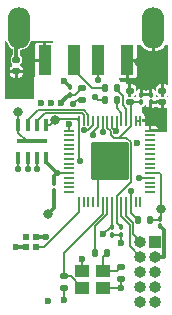
<source format=gtl>
G04 #@! TF.GenerationSoftware,KiCad,Pcbnew,(6.0.4-0)*
G04 #@! TF.CreationDate,2022-05-04T20:04:51-04:00*
G04 #@! TF.ProjectId,pico_ducky_pcb,7069636f-5f64-4756-936b-795f7063622e,rev?*
G04 #@! TF.SameCoordinates,Original*
G04 #@! TF.FileFunction,Copper,L1,Top*
G04 #@! TF.FilePolarity,Positive*
%FSLAX46Y46*%
G04 Gerber Fmt 4.6, Leading zero omitted, Abs format (unit mm)*
G04 Created by KiCad (PCBNEW (6.0.4-0)) date 2022-05-04 20:04:51*
%MOMM*%
%LPD*%
G01*
G04 APERTURE LIST*
G04 Aperture macros list*
%AMRoundRect*
0 Rectangle with rounded corners*
0 $1 Rounding radius*
0 $2 $3 $4 $5 $6 $7 $8 $9 X,Y pos of 4 corners*
0 Add a 4 corners polygon primitive as box body*
4,1,4,$2,$3,$4,$5,$6,$7,$8,$9,$2,$3,0*
0 Add four circle primitives for the rounded corners*
1,1,$1+$1,$2,$3*
1,1,$1+$1,$4,$5*
1,1,$1+$1,$6,$7*
1,1,$1+$1,$8,$9*
0 Add four rect primitives between the rounded corners*
20,1,$1+$1,$2,$3,$4,$5,0*
20,1,$1+$1,$4,$5,$6,$7,0*
20,1,$1+$1,$6,$7,$8,$9,0*
20,1,$1+$1,$8,$9,$2,$3,0*%
G04 Aperture macros list end*
G04 #@! TA.AperFunction,SMDPad,CuDef*
%ADD10RoundRect,0.135000X0.135000X0.185000X-0.135000X0.185000X-0.135000X-0.185000X0.135000X-0.185000X0*%
G04 #@! TD*
G04 #@! TA.AperFunction,SMDPad,CuDef*
%ADD11RoundRect,0.140000X0.170000X-0.140000X0.170000X0.140000X-0.170000X0.140000X-0.170000X-0.140000X0*%
G04 #@! TD*
G04 #@! TA.AperFunction,SMDPad,CuDef*
%ADD12R,0.500000X0.500000*%
G04 #@! TD*
G04 #@! TA.AperFunction,SMDPad,CuDef*
%ADD13R,1.150000X1.000000*%
G04 #@! TD*
G04 #@! TA.AperFunction,SMDPad,CuDef*
%ADD14RoundRect,0.100000X-0.100000X0.130000X-0.100000X-0.130000X0.100000X-0.130000X0.100000X0.130000X0*%
G04 #@! TD*
G04 #@! TA.AperFunction,SMDPad,CuDef*
%ADD15RoundRect,0.140000X-0.170000X0.140000X-0.170000X-0.140000X0.170000X-0.140000X0.170000X0.140000X0*%
G04 #@! TD*
G04 #@! TA.AperFunction,SMDPad,CuDef*
%ADD16RoundRect,0.100000X0.100000X-0.130000X0.100000X0.130000X-0.100000X0.130000X-0.100000X-0.130000X0*%
G04 #@! TD*
G04 #@! TA.AperFunction,SMDPad,CuDef*
%ADD17RoundRect,0.050000X-0.387500X-0.050000X0.387500X-0.050000X0.387500X0.050000X-0.387500X0.050000X0*%
G04 #@! TD*
G04 #@! TA.AperFunction,SMDPad,CuDef*
%ADD18RoundRect,0.050000X-0.050000X-0.387500X0.050000X-0.387500X0.050000X0.387500X-0.050000X0.387500X0*%
G04 #@! TD*
G04 #@! TA.AperFunction,ComponentPad*
%ADD19C,0.600000*%
G04 #@! TD*
G04 #@! TA.AperFunction,SMDPad,CuDef*
%ADD20RoundRect,0.144000X-1.456000X-1.456000X1.456000X-1.456000X1.456000X1.456000X-1.456000X1.456000X0*%
G04 #@! TD*
G04 #@! TA.AperFunction,SMDPad,CuDef*
%ADD21RoundRect,0.135000X0.185000X-0.135000X0.185000X0.135000X-0.185000X0.135000X-0.185000X-0.135000X0*%
G04 #@! TD*
G04 #@! TA.AperFunction,SMDPad,CuDef*
%ADD22R,0.350000X1.100000*%
G04 #@! TD*
G04 #@! TA.AperFunction,SMDPad,CuDef*
%ADD23R,2.600000X0.300000*%
G04 #@! TD*
G04 #@! TA.AperFunction,SMDPad,CuDef*
%ADD24R,1.100000X2.500000*%
G04 #@! TD*
G04 #@! TA.AperFunction,ComponentPad*
%ADD25O,1.900000X3.500000*%
G04 #@! TD*
G04 #@! TA.AperFunction,ComponentPad*
%ADD26R,1.000000X1.000000*%
G04 #@! TD*
G04 #@! TA.AperFunction,ComponentPad*
%ADD27O,1.000000X1.000000*%
G04 #@! TD*
G04 #@! TA.AperFunction,ViaPad*
%ADD28C,0.600000*%
G04 #@! TD*
G04 #@! TA.AperFunction,ViaPad*
%ADD29C,0.800000*%
G04 #@! TD*
G04 #@! TA.AperFunction,ViaPad*
%ADD30C,0.550000*%
G04 #@! TD*
G04 #@! TA.AperFunction,Conductor*
%ADD31C,0.200000*%
G04 #@! TD*
G04 #@! TA.AperFunction,Conductor*
%ADD32C,0.300000*%
G04 #@! TD*
G04 #@! TA.AperFunction,Conductor*
%ADD33C,0.150000*%
G04 #@! TD*
G04 APERTURE END LIST*
D10*
X89610000Y-48200000D03*
X88590000Y-48200000D03*
D11*
X89925000Y-64330000D03*
X89925000Y-63370000D03*
D12*
X81900000Y-61675000D03*
X82800000Y-61675000D03*
X82800000Y-60775000D03*
X81900000Y-60775000D03*
D10*
X88785000Y-62150000D03*
X87765000Y-62150000D03*
D13*
X88400000Y-63700000D03*
X86650000Y-63700000D03*
X86650000Y-65100000D03*
X88400000Y-65100000D03*
D14*
X92500000Y-48780000D03*
X92500000Y-49420000D03*
X85630000Y-48130000D03*
X85630000Y-48770000D03*
D15*
X81100000Y-45820000D03*
X81100000Y-46780000D03*
D16*
X93300000Y-59920000D03*
X93300000Y-59280000D03*
D10*
X92430000Y-59400000D03*
X91410000Y-59400000D03*
D16*
X89980000Y-60620000D03*
X89980000Y-59980000D03*
X84300000Y-56920000D03*
X84300000Y-56280000D03*
D17*
X85562500Y-51800000D03*
X85562500Y-52200000D03*
X85562500Y-52600000D03*
X85562500Y-53000000D03*
X85562500Y-53400000D03*
X85562500Y-53800000D03*
X85562500Y-54200000D03*
X85562500Y-54600000D03*
X85562500Y-55000000D03*
X85562500Y-55400000D03*
X85562500Y-55800000D03*
X85562500Y-56200000D03*
X85562500Y-56600000D03*
X85562500Y-57000000D03*
D18*
X86400000Y-57837500D03*
X86800000Y-57837500D03*
X87200000Y-57837500D03*
X87600000Y-57837500D03*
X88000000Y-57837500D03*
X88400000Y-57837500D03*
X88800000Y-57837500D03*
X89200000Y-57837500D03*
X89600000Y-57837500D03*
X90000000Y-57837500D03*
X90400000Y-57837500D03*
X90800000Y-57837500D03*
X91200000Y-57837500D03*
X91600000Y-57837500D03*
D17*
X92437500Y-57000000D03*
X92437500Y-56600000D03*
X92437500Y-56200000D03*
X92437500Y-55800000D03*
X92437500Y-55400000D03*
X92437500Y-55000000D03*
X92437500Y-54600000D03*
X92437500Y-54200000D03*
X92437500Y-53800000D03*
X92437500Y-53400000D03*
X92437500Y-53000000D03*
X92437500Y-52600000D03*
X92437500Y-52200000D03*
X92437500Y-51800000D03*
D18*
X91600000Y-50962500D03*
X91200000Y-50962500D03*
X90800000Y-50962500D03*
X90400000Y-50962500D03*
X90000000Y-50962500D03*
X89600000Y-50962500D03*
X89200000Y-50962500D03*
X88800000Y-50962500D03*
X88400000Y-50962500D03*
X88000000Y-50962500D03*
X87600000Y-50962500D03*
X87200000Y-50962500D03*
X86800000Y-50962500D03*
X86400000Y-50962500D03*
D19*
X89000000Y-55675000D03*
X90275000Y-54400000D03*
X89000000Y-53125000D03*
X90275000Y-53125000D03*
X90275000Y-55675000D03*
X89000000Y-54400000D03*
X87725000Y-55675000D03*
D20*
X89000000Y-54400000D03*
D19*
X87725000Y-53125000D03*
X87725000Y-54400000D03*
D15*
X90700000Y-48420000D03*
X90700000Y-49380000D03*
D16*
X89180000Y-60620000D03*
X89180000Y-59980000D03*
D14*
X91660000Y-48780000D03*
X91660000Y-49420000D03*
D21*
X86640000Y-49200000D03*
X86640000Y-48180000D03*
D22*
X83650000Y-51300000D03*
X82850000Y-51300000D03*
X82050000Y-51300000D03*
X81250000Y-51300000D03*
X81250000Y-54100000D03*
X82050000Y-54100000D03*
X82850000Y-54100000D03*
X83650000Y-54100000D03*
D23*
X82450000Y-52700000D03*
D15*
X93450000Y-48420000D03*
X93450000Y-49380000D03*
D24*
X83500000Y-45850000D03*
X86000000Y-45850000D03*
X88000000Y-45850000D03*
X90500000Y-45850000D03*
D25*
X81300000Y-43100000D03*
X92700000Y-43100000D03*
D11*
X85125000Y-65110000D03*
X85125000Y-64150000D03*
D10*
X89610000Y-49250000D03*
X88590000Y-49250000D03*
D26*
X92860000Y-61200000D03*
D27*
X91590000Y-61200000D03*
X92860000Y-62470000D03*
X91590000Y-62470000D03*
X92860000Y-63740000D03*
X91590000Y-63740000D03*
X92860000Y-65010000D03*
X91590000Y-65010000D03*
X92860000Y-66280000D03*
X91590000Y-66280000D03*
D28*
X86650000Y-62700000D03*
X85100000Y-66150000D03*
D29*
X92750000Y-46000000D03*
X91500000Y-46000000D03*
X83800000Y-58850000D03*
D28*
X83800000Y-66250000D03*
X81070000Y-61700000D03*
X89950000Y-65100000D03*
D29*
X81200000Y-50200000D03*
D28*
X85100000Y-47600000D03*
X91350000Y-52850000D03*
D29*
X92750000Y-47750000D03*
X91500000Y-47750000D03*
D28*
X89980000Y-61300000D03*
D29*
X80700000Y-48300000D03*
X82200000Y-45300000D03*
D28*
X84900000Y-49500000D03*
X88480000Y-60600000D03*
X83200000Y-49500000D03*
X84050000Y-49500000D03*
X93300000Y-50700000D03*
X89575000Y-51875000D03*
X92450000Y-50700000D03*
X85575000Y-51275000D03*
X84550000Y-55400000D03*
D29*
X93310000Y-58460000D03*
D28*
X83650000Y-60800000D03*
D30*
X86870000Y-51790000D03*
X81250000Y-55050000D03*
X91500000Y-55800000D03*
X85870000Y-49550000D03*
D29*
X84353008Y-50895359D03*
D30*
X86450000Y-54400000D03*
X90800000Y-56900000D03*
X82850000Y-55050000D03*
X88400000Y-51900000D03*
X82050000Y-55050000D03*
X87600000Y-52170000D03*
X87800000Y-49000000D03*
X88000000Y-47500000D03*
D31*
X81980000Y-52700000D02*
X81250000Y-51970000D01*
X88400000Y-65100000D02*
X89725000Y-65100000D01*
X89925000Y-64330000D02*
X89925000Y-65300000D01*
D32*
X81100000Y-45820000D02*
X81100000Y-43300000D01*
D31*
X87725000Y-55675000D02*
X88000000Y-55950000D01*
X89725000Y-65100000D02*
X89925000Y-65300000D01*
D32*
X85630000Y-48130000D02*
X85100000Y-47600000D01*
D31*
X89180000Y-60620000D02*
X89980000Y-60620000D01*
D32*
X84300000Y-56920000D02*
X84300000Y-58350000D01*
X92860000Y-62470000D02*
X93567106Y-62470000D01*
X84300000Y-58350000D02*
X83800000Y-58850000D01*
X81095000Y-61675000D02*
X81070000Y-61700000D01*
D31*
X81250000Y-51970000D02*
X81250000Y-51300000D01*
X88000000Y-55950000D02*
X88000000Y-57837500D01*
X86650000Y-63700000D02*
X86650000Y-62700000D01*
X85100000Y-66080000D02*
X85100000Y-65135000D01*
D32*
X93630000Y-62407106D02*
X93630000Y-60250000D01*
X93630000Y-60250000D02*
X93300000Y-59920000D01*
D31*
X89980000Y-60620000D02*
X89980000Y-61300000D01*
X81250000Y-51300000D02*
X81250000Y-50250000D01*
X81250000Y-50250000D02*
X81200000Y-50200000D01*
D32*
X93567106Y-62470000D02*
X93630000Y-62407106D01*
X81900000Y-61675000D02*
X81095000Y-61675000D01*
D31*
X89575000Y-51875000D02*
X89550000Y-51900000D01*
X85562500Y-51287500D02*
X85575000Y-51275000D01*
X93310000Y-58460000D02*
X93310000Y-59256415D01*
X92437500Y-55400000D02*
X93210000Y-55400000D01*
X89200000Y-57837500D02*
X89200000Y-59960000D01*
X92430000Y-59400000D02*
X93180000Y-59400000D01*
X89200000Y-51550000D02*
X89550000Y-51900000D01*
X89200000Y-50962500D02*
X89200000Y-51550000D01*
X84550000Y-55400000D02*
X85562500Y-55400000D01*
X88480000Y-60600000D02*
X89100000Y-59980000D01*
X85562500Y-51800000D02*
X85562500Y-51287500D01*
D32*
X83625000Y-60775000D02*
X83650000Y-60800000D01*
X83650000Y-54500000D02*
X84550000Y-55400000D01*
X84300000Y-55650000D02*
X84550000Y-55400000D01*
D31*
X93210000Y-55400000D02*
X93310000Y-55500000D01*
X93310000Y-55500000D02*
X93310000Y-58460000D01*
D33*
X86050000Y-48770000D02*
X86640000Y-48180000D01*
D31*
X89600000Y-50962500D02*
X89600000Y-51850000D01*
X93180000Y-59400000D02*
X93300000Y-59280000D01*
X91200000Y-50962500D02*
X91600000Y-50962500D01*
X89600000Y-51850000D02*
X89575000Y-51875000D01*
D32*
X85530000Y-48770000D02*
X84800000Y-49500000D01*
X85630000Y-48770000D02*
X85530000Y-48770000D01*
X84300000Y-56280000D02*
X84300000Y-55650000D01*
X82800000Y-60775000D02*
X83625000Y-60775000D01*
D33*
X85630000Y-48770000D02*
X86050000Y-48770000D01*
D31*
X89600000Y-59600000D02*
X89600000Y-57837500D01*
X89825489Y-52424511D02*
X90800000Y-51450000D01*
X90700000Y-49380000D02*
X91620000Y-49380000D01*
X89075489Y-51865489D02*
X89075489Y-52135489D01*
X89980000Y-59980000D02*
X89600000Y-59600000D01*
X90799520Y-52801710D02*
X90799520Y-56150480D01*
X88800000Y-51590000D02*
X89075489Y-51865489D01*
X89674511Y-52424511D02*
X90422321Y-52424511D01*
X90800000Y-50962500D02*
X90800000Y-49480000D01*
X90800000Y-51450000D02*
X90800000Y-50962500D01*
X90799520Y-56150480D02*
X89600000Y-57350000D01*
X89075489Y-52135489D02*
X89364511Y-52424511D01*
X89674511Y-52424511D02*
X89825489Y-52424511D01*
X90422321Y-52424511D02*
X90799520Y-52801710D01*
X88800000Y-50962500D02*
X88800000Y-51590000D01*
X89364511Y-52424511D02*
X89674511Y-52424511D01*
X89600000Y-57350000D02*
X89600000Y-57837500D01*
D33*
X89925000Y-63370000D02*
X89595000Y-63700000D01*
X88785000Y-62150000D02*
X88400000Y-62535000D01*
X89595000Y-63700000D02*
X88400000Y-63700000D01*
X88400000Y-62535000D02*
X88400000Y-63700000D01*
X89600000Y-49900000D02*
X89600000Y-49260000D01*
X90000000Y-50300000D02*
X89600000Y-49900000D01*
X90000000Y-50962500D02*
X90000000Y-50300000D01*
X81250000Y-54100000D02*
X81250000Y-55050000D01*
X87127519Y-51790000D02*
X87600000Y-51317519D01*
X86870000Y-51790000D02*
X87127519Y-51790000D01*
X85125000Y-64150000D02*
X85700000Y-64150000D01*
X85700000Y-64150000D02*
X86650000Y-65100000D01*
X88400000Y-58872126D02*
X85125000Y-62147126D01*
X85125000Y-62147126D02*
X85125000Y-64150000D01*
X88400000Y-57837500D02*
X88400000Y-58872126D01*
X86400000Y-58721061D02*
X86400000Y-57837500D01*
X82800000Y-61675000D02*
X83446061Y-61675000D01*
X83446061Y-61675000D02*
X86400000Y-58721061D01*
X92437500Y-55800000D02*
X91500000Y-55800000D01*
X91590000Y-61200000D02*
X90965480Y-60575480D01*
X90965480Y-60575480D02*
X90965480Y-59585480D01*
X90400000Y-59020000D02*
X90400000Y-57837500D01*
X90965480Y-59585480D02*
X90400000Y-59020000D01*
X90000000Y-59050500D02*
X90000000Y-57837500D01*
X90715961Y-61595961D02*
X90715961Y-59766461D01*
X90715961Y-59766461D02*
X90000000Y-59050500D01*
X91590000Y-62470000D02*
X90715961Y-61595961D01*
X86400000Y-54350000D02*
X86450000Y-54400000D01*
X86220000Y-49200000D02*
X85870000Y-49550000D01*
X84447878Y-50800489D02*
X86237989Y-50800489D01*
X86640000Y-49200000D02*
X86220000Y-49200000D01*
X83948367Y-51300000D02*
X84353008Y-50895359D01*
X86400000Y-50962500D02*
X86400000Y-54350000D01*
X86237989Y-50800489D02*
X86400000Y-50962500D01*
X84353008Y-50895359D02*
X84447878Y-50800489D01*
X83650000Y-51300000D02*
X83948367Y-51300000D01*
X87765000Y-59860000D02*
X88800000Y-58825000D01*
X88800000Y-58825000D02*
X88800000Y-57837500D01*
X87765000Y-62150000D02*
X87765000Y-59860000D01*
X91410000Y-59400000D02*
X90800000Y-58790000D01*
X90800000Y-57837500D02*
X90800000Y-56900000D01*
X90800000Y-58790000D02*
X90800000Y-57837500D01*
X86810000Y-50460000D02*
X86810000Y-50952500D01*
X86670000Y-50320000D02*
X86810000Y-50460000D01*
X82850000Y-51025978D02*
X83555978Y-50320000D01*
X83555978Y-50320000D02*
X86670000Y-50320000D01*
X86820481Y-50070481D02*
X87200000Y-50450000D01*
X82050000Y-50925000D02*
X82904519Y-50070481D01*
X82904519Y-50070481D02*
X86820481Y-50070481D01*
X87200000Y-50450000D02*
X87200000Y-50962500D01*
X82850000Y-54100000D02*
X82850000Y-55050000D01*
X88400000Y-50962500D02*
X88400000Y-51900000D01*
X82050000Y-54100000D02*
X82050000Y-55050000D01*
X87600000Y-51900000D02*
X88000000Y-51500000D01*
X88000000Y-51500000D02*
X88000000Y-50962500D01*
X87600000Y-52170000D02*
X87600000Y-51900000D01*
X87522482Y-48200000D02*
X86000000Y-46677518D01*
X88590000Y-48200000D02*
X87522482Y-48200000D01*
X88000000Y-47500000D02*
X88000000Y-45850000D01*
X88590000Y-49250000D02*
X88050000Y-49250000D01*
X88050000Y-49250000D02*
X87800000Y-49000000D01*
X90100000Y-49676219D02*
X90100000Y-48850000D01*
X90400000Y-49976219D02*
X90100000Y-49676219D01*
X90100000Y-48850000D02*
X89600000Y-48350000D01*
X90400000Y-50962500D02*
X90400000Y-49976219D01*
G04 #@! TA.AperFunction,Conductor*
G36*
X93556790Y-49273210D02*
G01*
X93577000Y-49322000D01*
X93577000Y-49900275D01*
X93581020Y-49909979D01*
X93590724Y-49913999D01*
X93648290Y-49913999D01*
X93653686Y-49913575D01*
X93737910Y-49900236D01*
X93748110Y-49896922D01*
X93759175Y-49891284D01*
X93811822Y-49887140D01*
X93851979Y-49921438D01*
X93859500Y-49952763D01*
X93859500Y-51831000D01*
X93839290Y-51879790D01*
X93790500Y-51900000D01*
X92406500Y-51900000D01*
X92357710Y-51879790D01*
X92337500Y-51831000D01*
X92337500Y-51686276D01*
X92537500Y-51686276D01*
X92541520Y-51695980D01*
X92551224Y-51700000D01*
X93114700Y-51700000D01*
X93124404Y-51695980D01*
X93127156Y-51689337D01*
X93126459Y-51683473D01*
X93123744Y-51673594D01*
X93082461Y-51580653D01*
X93075365Y-51570329D01*
X93004234Y-51499321D01*
X92993898Y-51492244D01*
X92900890Y-51451126D01*
X92890996Y-51448428D01*
X92872154Y-51446232D01*
X92868165Y-51446000D01*
X92551224Y-51446000D01*
X92541520Y-51450020D01*
X92537500Y-51459724D01*
X92537500Y-51686276D01*
X92337500Y-51686276D01*
X92337500Y-51459725D01*
X92333480Y-51450021D01*
X92323776Y-51446001D01*
X92023000Y-51446001D01*
X91974210Y-51425791D01*
X91954000Y-51377001D01*
X91954000Y-51076224D01*
X91949980Y-51066520D01*
X91940276Y-51062500D01*
X91700000Y-51062500D01*
X91700000Y-50862500D01*
X91940275Y-50862500D01*
X91949979Y-50858480D01*
X91953999Y-50848776D01*
X91953999Y-50531876D01*
X91953758Y-50527805D01*
X91951459Y-50508473D01*
X91948744Y-50498593D01*
X91907461Y-50405653D01*
X91900365Y-50395329D01*
X91829234Y-50324321D01*
X91818898Y-50317244D01*
X91741100Y-50282850D01*
X91704648Y-50244638D01*
X91700000Y-50219742D01*
X91700000Y-49859500D01*
X91720210Y-49810710D01*
X91769000Y-49790500D01*
X91783688Y-49790500D01*
X91787015Y-49789838D01*
X91787017Y-49789838D01*
X91847174Y-49777872D01*
X91847175Y-49777872D01*
X91853839Y-49776546D01*
X91933391Y-49723391D01*
X91957561Y-49687217D01*
X92001469Y-49657879D01*
X92053265Y-49668181D01*
X92076868Y-49695143D01*
X92105668Y-49753801D01*
X92112218Y-49762950D01*
X92187551Y-49838151D01*
X92196716Y-49844688D01*
X92292657Y-49891585D01*
X92302767Y-49894710D01*
X92361143Y-49903226D01*
X92368980Y-49899980D01*
X92373000Y-49890276D01*
X92627000Y-49890276D01*
X92631020Y-49899980D01*
X92638844Y-49903221D01*
X92697826Y-49894539D01*
X92707947Y-49891394D01*
X92803801Y-49844332D01*
X92812950Y-49837782D01*
X92877877Y-49772742D01*
X92926650Y-49752490D01*
X92975500Y-49772700D01*
X93041684Y-49838884D01*
X93050365Y-49845192D01*
X93151892Y-49896922D01*
X93162096Y-49900237D01*
X93246311Y-49913575D01*
X93251705Y-49914000D01*
X93309276Y-49914000D01*
X93318980Y-49909980D01*
X93323000Y-49900276D01*
X93323000Y-49520724D01*
X93318980Y-49511020D01*
X93309276Y-49507000D01*
X93007724Y-49507000D01*
X92991406Y-49513760D01*
X92963419Y-49541747D01*
X92937013Y-49547000D01*
X92640724Y-49547000D01*
X92631020Y-49551020D01*
X92627000Y-49560724D01*
X92627000Y-49890276D01*
X92373000Y-49890276D01*
X92373000Y-49362000D01*
X92393210Y-49313210D01*
X92442000Y-49293000D01*
X92832276Y-49293000D01*
X92848594Y-49286240D01*
X92876581Y-49258253D01*
X92902987Y-49253000D01*
X93508000Y-49253000D01*
X93556790Y-49273210D01*
G37*
G04 #@! TD.AperFunction*
G04 #@! TA.AperFunction,Conductor*
G36*
X91666676Y-44528427D02*
G01*
X91668438Y-44530888D01*
X91668507Y-44530846D01*
X91669346Y-44532215D01*
X91801102Y-44708659D01*
X91801809Y-44709445D01*
X91963520Y-44858928D01*
X91964364Y-44859576D01*
X92150601Y-44977082D01*
X92151550Y-44977566D01*
X92356088Y-45059168D01*
X92357102Y-45059469D01*
X92570718Y-45101959D01*
X92572464Y-45101612D01*
X92573000Y-45100809D01*
X92573000Y-44525000D01*
X92827000Y-44525000D01*
X92827000Y-45097583D01*
X92827682Y-45099228D01*
X92828645Y-45099627D01*
X93012423Y-45068048D01*
X93013455Y-45067772D01*
X93220058Y-44991552D01*
X93221015Y-44991095D01*
X93410266Y-44878502D01*
X93411126Y-44877878D01*
X93576686Y-44732685D01*
X93577428Y-44731902D01*
X93713751Y-44558979D01*
X93714336Y-44558078D01*
X93728450Y-44531252D01*
X93735335Y-44525526D01*
X93738804Y-44525000D01*
X93818461Y-44525000D01*
X93821489Y-44525399D01*
X93890828Y-44543978D01*
X93897932Y-44549429D01*
X93899500Y-44555279D01*
X93899500Y-47974054D01*
X93896073Y-47982327D01*
X93887800Y-47985754D01*
X93879527Y-47982327D01*
X93855125Y-47957925D01*
X93853655Y-47956857D01*
X93744090Y-47901031D01*
X93742360Y-47900469D01*
X93651462Y-47886072D01*
X93650546Y-47886000D01*
X93579327Y-47886000D01*
X93577682Y-47886682D01*
X93577000Y-47888327D01*
X93577000Y-48951672D01*
X93577682Y-48953317D01*
X93579327Y-48953999D01*
X93650546Y-48953999D01*
X93651461Y-48953927D01*
X93742360Y-48939531D01*
X93744090Y-48938969D01*
X93853655Y-48883143D01*
X93855125Y-48882075D01*
X93879527Y-48857673D01*
X93887800Y-48854246D01*
X93896073Y-48857673D01*
X93899500Y-48865946D01*
X93899500Y-48969721D01*
X93896073Y-48977994D01*
X93890828Y-48981022D01*
X93821489Y-48999601D01*
X93818461Y-49000000D01*
X93647353Y-49000000D01*
X93645071Y-48999775D01*
X93644259Y-48999613D01*
X93644253Y-48999612D01*
X93643688Y-48999500D01*
X93256312Y-48999500D01*
X93255747Y-48999612D01*
X93255741Y-48999613D01*
X93254929Y-48999775D01*
X93252647Y-49000000D01*
X92959295Y-49000000D01*
X92951022Y-48996573D01*
X92947595Y-48988300D01*
X92947718Y-48986611D01*
X92953938Y-48943977D01*
X92954000Y-48943130D01*
X92954000Y-48819446D01*
X92957427Y-48811173D01*
X92965700Y-48807746D01*
X92973973Y-48811173D01*
X93044875Y-48882075D01*
X93046345Y-48883143D01*
X93155910Y-48938969D01*
X93157640Y-48939531D01*
X93248538Y-48953928D01*
X93249453Y-48954000D01*
X93320673Y-48954000D01*
X93322318Y-48953318D01*
X93323000Y-48951673D01*
X93323000Y-47888328D01*
X93322318Y-47886683D01*
X93320673Y-47886001D01*
X93249455Y-47886001D01*
X93248539Y-47886073D01*
X93157640Y-47900469D01*
X93155910Y-47901031D01*
X93046345Y-47956857D01*
X93044875Y-47957925D01*
X92957925Y-48044875D01*
X92956857Y-48046345D01*
X92901031Y-48155910D01*
X92900469Y-48157640D01*
X92886072Y-48248538D01*
X92886000Y-48249453D01*
X92886001Y-48407061D01*
X92882574Y-48415334D01*
X92874301Y-48418761D01*
X92866035Y-48415341D01*
X92809096Y-48358501D01*
X92807542Y-48357393D01*
X92703349Y-48306462D01*
X92701632Y-48305932D01*
X92633977Y-48296062D01*
X92633130Y-48296000D01*
X92629327Y-48296000D01*
X92627682Y-48296682D01*
X92627000Y-48298327D01*
X92627000Y-48895300D01*
X92623573Y-48903573D01*
X92615300Y-48907000D01*
X91544700Y-48907000D01*
X91536427Y-48903573D01*
X91533000Y-48895300D01*
X91533000Y-48650673D01*
X91787000Y-48650673D01*
X91787682Y-48652318D01*
X91789327Y-48653000D01*
X92370673Y-48653000D01*
X92372318Y-48652318D01*
X92373000Y-48650673D01*
X92373000Y-48298327D01*
X92372318Y-48296682D01*
X92370673Y-48296000D01*
X92366879Y-48296000D01*
X92366015Y-48296063D01*
X92297772Y-48306109D01*
X92296047Y-48306645D01*
X92191950Y-48357754D01*
X92190394Y-48358868D01*
X92108501Y-48440904D01*
X92107393Y-48442458D01*
X92090493Y-48477033D01*
X92083782Y-48482961D01*
X92074844Y-48482406D01*
X92069480Y-48477052D01*
X92052244Y-48441948D01*
X92051132Y-48440394D01*
X91969096Y-48358501D01*
X91967542Y-48357393D01*
X91863349Y-48306462D01*
X91861632Y-48305932D01*
X91793977Y-48296062D01*
X91793130Y-48296000D01*
X91789327Y-48296000D01*
X91787682Y-48296682D01*
X91787000Y-48298327D01*
X91787000Y-48650673D01*
X91533000Y-48650673D01*
X91533000Y-48298327D01*
X91532318Y-48296682D01*
X91530673Y-48296000D01*
X91526879Y-48296000D01*
X91526015Y-48296063D01*
X91457772Y-48306109D01*
X91456047Y-48306645D01*
X91351950Y-48357754D01*
X91350394Y-48358868D01*
X91283980Y-48425399D01*
X91275710Y-48428833D01*
X91267434Y-48425413D01*
X91264000Y-48417133D01*
X91263999Y-48249455D01*
X91263927Y-48248539D01*
X91249531Y-48157640D01*
X91248969Y-48155910D01*
X91193143Y-48046345D01*
X91192075Y-48044875D01*
X91105125Y-47957925D01*
X91103655Y-47956857D01*
X90994090Y-47901031D01*
X90992360Y-47900469D01*
X90901462Y-47886072D01*
X90900546Y-47886000D01*
X90829327Y-47886000D01*
X90827682Y-47886682D01*
X90827000Y-47888327D01*
X90827000Y-48951672D01*
X90827682Y-48953317D01*
X90829327Y-48953999D01*
X90900546Y-48953999D01*
X90901461Y-48953927D01*
X90992360Y-48939531D01*
X90994090Y-48938969D01*
X91103655Y-48883143D01*
X91105125Y-48882075D01*
X91186027Y-48801173D01*
X91194300Y-48797746D01*
X91202573Y-48801173D01*
X91206000Y-48809446D01*
X91206000Y-48943121D01*
X91206063Y-48943985D01*
X91212336Y-48986596D01*
X91210151Y-48995280D01*
X91202465Y-48999875D01*
X91200761Y-49000000D01*
X90897353Y-49000000D01*
X90895071Y-48999775D01*
X90894259Y-48999613D01*
X90894253Y-48999612D01*
X90893688Y-48999500D01*
X90529673Y-48999500D01*
X90526645Y-48999101D01*
X90443028Y-48976696D01*
X90437783Y-48973668D01*
X90428356Y-48964241D01*
X90424929Y-48955968D01*
X90428356Y-48947695D01*
X90436629Y-48944268D01*
X90438459Y-48944412D01*
X90498538Y-48953928D01*
X90499453Y-48954000D01*
X90570673Y-48954000D01*
X90572318Y-48953318D01*
X90573000Y-48951673D01*
X90573000Y-47888328D01*
X90572318Y-47886683D01*
X90570673Y-47886001D01*
X90499455Y-47886001D01*
X90498539Y-47886073D01*
X90407640Y-47900469D01*
X90405910Y-47901031D01*
X90367012Y-47920850D01*
X90358084Y-47921552D01*
X90351275Y-47915737D01*
X90350000Y-47910425D01*
X90350000Y-47650000D01*
X90006539Y-47650000D01*
X90003511Y-47649601D01*
X89918028Y-47626696D01*
X89912783Y-47623668D01*
X89851332Y-47562217D01*
X89848304Y-47556972D01*
X89825399Y-47471489D01*
X89825000Y-47468461D01*
X89825000Y-47343850D01*
X89828427Y-47335577D01*
X89836700Y-47332150D01*
X89843200Y-47334122D01*
X89849936Y-47338623D01*
X89852024Y-47339488D01*
X89924414Y-47353887D01*
X89925563Y-47354000D01*
X90370673Y-47354000D01*
X90372318Y-47353318D01*
X90373000Y-47351673D01*
X90373000Y-47351672D01*
X90627000Y-47351672D01*
X90627682Y-47353317D01*
X90629327Y-47353999D01*
X91074436Y-47353999D01*
X91075586Y-47353886D01*
X91147972Y-47339489D01*
X91150067Y-47338621D01*
X91232166Y-47283764D01*
X91233764Y-47282166D01*
X91288623Y-47200064D01*
X91289488Y-47197976D01*
X91303887Y-47125586D01*
X91304000Y-47124437D01*
X91304000Y-45979327D01*
X91303318Y-45977682D01*
X91301673Y-45977000D01*
X90629327Y-45977000D01*
X90627682Y-45977682D01*
X90627000Y-45979327D01*
X90627000Y-47351672D01*
X90373000Y-47351672D01*
X90373000Y-45734700D01*
X90376427Y-45726427D01*
X90384700Y-45723000D01*
X91301672Y-45723000D01*
X91303317Y-45722318D01*
X91303999Y-45720673D01*
X91303999Y-44575564D01*
X91303886Y-44574414D01*
X91296839Y-44538982D01*
X91298586Y-44530200D01*
X91306032Y-44525225D01*
X91308314Y-44525000D01*
X91658403Y-44525000D01*
X91666676Y-44528427D01*
G37*
G04 #@! TD.AperFunction*
G04 #@! TA.AperFunction,Conductor*
G36*
X84179790Y-44220210D02*
G01*
X84200000Y-44269000D01*
X84200000Y-44286784D01*
X84179790Y-44335574D01*
X84131000Y-44355784D01*
X84117539Y-44354458D01*
X84078347Y-44346662D01*
X84071623Y-44346000D01*
X83640724Y-44346000D01*
X83631020Y-44350020D01*
X83627000Y-44359724D01*
X83627000Y-45908000D01*
X83606790Y-45956790D01*
X83558000Y-45977000D01*
X82709725Y-45977000D01*
X82700021Y-45981020D01*
X82696001Y-45990724D01*
X82696001Y-47121621D01*
X82696664Y-47128348D01*
X82709411Y-47192439D01*
X82714446Y-47204594D01*
X82714447Y-47257404D01*
X82677105Y-47294747D01*
X82650699Y-47300000D01*
X82600000Y-47300000D01*
X82600000Y-49031000D01*
X82579790Y-49079790D01*
X82531000Y-49100000D01*
X80209500Y-49100000D01*
X80160710Y-49079790D01*
X80140500Y-49031000D01*
X80140500Y-46948290D01*
X80536001Y-46948290D01*
X80536425Y-46953686D01*
X80549764Y-47037910D01*
X80553077Y-47048105D01*
X80604808Y-47149635D01*
X80611116Y-47158316D01*
X80691684Y-47238884D01*
X80700365Y-47245192D01*
X80801892Y-47296922D01*
X80812096Y-47300237D01*
X80896311Y-47313575D01*
X80901705Y-47314000D01*
X80959276Y-47314000D01*
X80968980Y-47309980D01*
X80973000Y-47300276D01*
X80973000Y-47300275D01*
X81227000Y-47300275D01*
X81231020Y-47309979D01*
X81240724Y-47313999D01*
X81298290Y-47313999D01*
X81303686Y-47313575D01*
X81387910Y-47300236D01*
X81398105Y-47296923D01*
X81499635Y-47245192D01*
X81508316Y-47238884D01*
X81588884Y-47158316D01*
X81595192Y-47149635D01*
X81646922Y-47048108D01*
X81650237Y-47037904D01*
X81663575Y-46953689D01*
X81664000Y-46948295D01*
X81664000Y-46920724D01*
X81659980Y-46911020D01*
X81650276Y-46907000D01*
X81240724Y-46907000D01*
X81231020Y-46911020D01*
X81227000Y-46920724D01*
X81227000Y-47300275D01*
X80973000Y-47300275D01*
X80973000Y-46920724D01*
X80968980Y-46911020D01*
X80959276Y-46907000D01*
X80549725Y-46907000D01*
X80540021Y-46911020D01*
X80536001Y-46920724D01*
X80536001Y-46948290D01*
X80140500Y-46948290D01*
X80140500Y-44301799D01*
X80160710Y-44253009D01*
X80209500Y-44232799D01*
X80258290Y-44253009D01*
X80275710Y-44282375D01*
X80282881Y-44306819D01*
X80284385Y-44309739D01*
X80376652Y-44488887D01*
X80376655Y-44488891D01*
X80378159Y-44491812D01*
X80380190Y-44494398D01*
X80380191Y-44494399D01*
X80446157Y-44578377D01*
X80506699Y-44655451D01*
X80663863Y-44791831D01*
X80775052Y-44856156D01*
X80807164Y-44898080D01*
X80809500Y-44915881D01*
X80809500Y-45381707D01*
X80789290Y-45430497D01*
X80778807Y-45437708D01*
X80779443Y-45438634D01*
X80774194Y-45442241D01*
X80768371Y-45444828D01*
X80694546Y-45518782D01*
X80652295Y-45614353D01*
X80649500Y-45638325D01*
X80649501Y-46001674D01*
X80649742Y-46003700D01*
X80651740Y-46020494D01*
X80652410Y-46026131D01*
X80654513Y-46030865D01*
X80654513Y-46030866D01*
X80692241Y-46115806D01*
X80692243Y-46115808D01*
X80694828Y-46121629D01*
X80699336Y-46126129D01*
X80757546Y-46184238D01*
X80777798Y-46233011D01*
X80757631Y-46281819D01*
X80740123Y-46294551D01*
X80700365Y-46314809D01*
X80691684Y-46321116D01*
X80611116Y-46401684D01*
X80604808Y-46410365D01*
X80553078Y-46511892D01*
X80549763Y-46522096D01*
X80536425Y-46606311D01*
X80536000Y-46611705D01*
X80536000Y-46639276D01*
X80540020Y-46648980D01*
X80549724Y-46653000D01*
X81650275Y-46653000D01*
X81659979Y-46648980D01*
X81663999Y-46639276D01*
X81663999Y-46611710D01*
X81663575Y-46606314D01*
X81650236Y-46522090D01*
X81646923Y-46511895D01*
X81595192Y-46410365D01*
X81588884Y-46401684D01*
X81508316Y-46321116D01*
X81499633Y-46314807D01*
X81459936Y-46294580D01*
X81425639Y-46254423D01*
X81429783Y-46201775D01*
X81442429Y-46184353D01*
X81442544Y-46184238D01*
X81505454Y-46121218D01*
X81547705Y-46025647D01*
X81550500Y-46001675D01*
X81550499Y-45709276D01*
X82696000Y-45709276D01*
X82700020Y-45718980D01*
X82709724Y-45723000D01*
X83359276Y-45723000D01*
X83368980Y-45718980D01*
X83373000Y-45709276D01*
X83373000Y-44359725D01*
X83368980Y-44350021D01*
X83359276Y-44346001D01*
X82928379Y-44346001D01*
X82921652Y-44346664D01*
X82857563Y-44359411D01*
X82845240Y-44364515D01*
X82772527Y-44413100D01*
X82763100Y-44422527D01*
X82714513Y-44495243D01*
X82709411Y-44507559D01*
X82696662Y-44571653D01*
X82696000Y-44578377D01*
X82696000Y-45709276D01*
X81550499Y-45709276D01*
X81550499Y-45638326D01*
X81550114Y-45635092D01*
X81548202Y-45619012D01*
X81548202Y-45619010D01*
X81547590Y-45613869D01*
X81545487Y-45609134D01*
X81507759Y-45524194D01*
X81507757Y-45524192D01*
X81505172Y-45518371D01*
X81468401Y-45481664D01*
X81435725Y-45449045D01*
X81431218Y-45444546D01*
X81425393Y-45441971D01*
X81420518Y-45438633D01*
X81391678Y-45394393D01*
X81390500Y-45381700D01*
X81390500Y-45053178D01*
X81410710Y-45004388D01*
X81449778Y-44984866D01*
X81451061Y-44984683D01*
X81454352Y-44984531D01*
X81656647Y-44935778D01*
X81787937Y-44876084D01*
X81843080Y-44851012D01*
X81843081Y-44851011D01*
X81846073Y-44849651D01*
X81925267Y-44793475D01*
X82013117Y-44731159D01*
X82013121Y-44731155D01*
X82015796Y-44729258D01*
X82159691Y-44578943D01*
X82272566Y-44404130D01*
X82337420Y-44243208D01*
X82374402Y-44205509D01*
X82401418Y-44200000D01*
X84131000Y-44200000D01*
X84179790Y-44220210D01*
G37*
G04 #@! TD.AperFunction*
M02*

</source>
